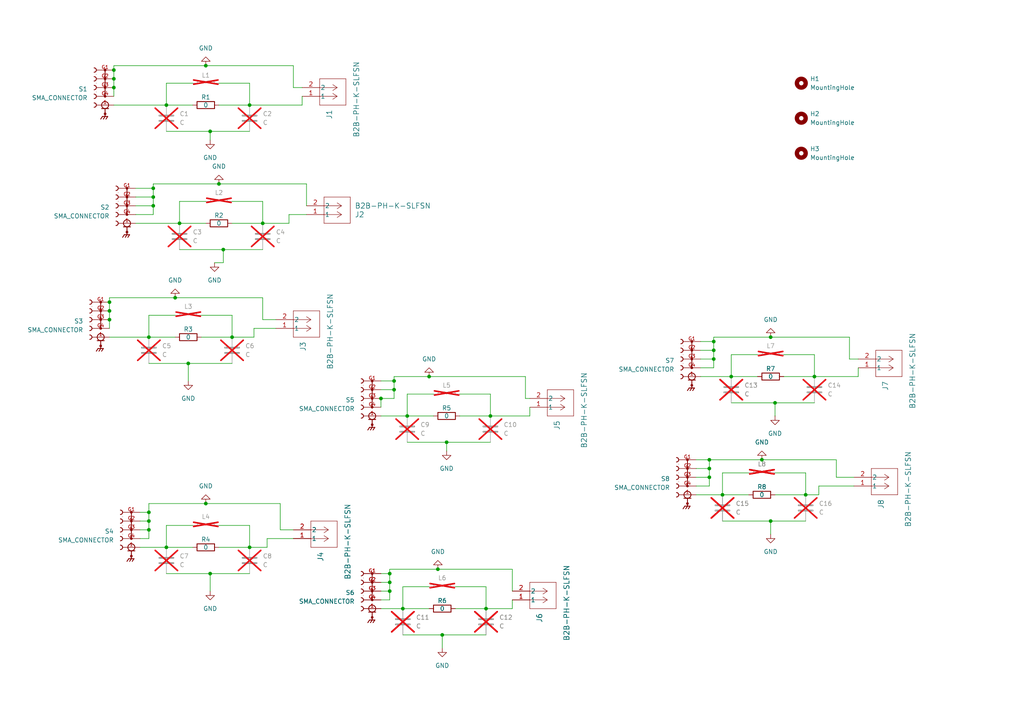
<source format=kicad_sch>
(kicad_sch (version 20231120) (generator "eeschema") (generator_version "8.0")
  (paper "A4")
  (lib_symbols
    (symbol "Device:C" (pin_numbers hide) (pin_names (offset 0.254))
      (property "Reference" "C" (at 0.635 2.54 0))
      (property "Value" "C" (at 0.635 -2.54 0))
      (symbol "C_0_1"
        (polyline (pts (xy -2.032 -0.762) (xy 2.032 -0.762)) (stroke (width 0.508)))
        (polyline (pts (xy -2.032 0.762) (xy 2.032 0.762)) (stroke (width 0.508)))
      )
      (symbol "C_1_1"
        (pin passive line (at 0 3.81 270) (length 2.794) (name "~") (number "1"))
        (pin passive line (at 0 -3.81 90) (length 2.794) (name "~") (number "2"))
      )
    )
    (symbol "Device:L" (pin_numbers hide) (pin_names (offset 1.016) hide)
      (property "Reference" "L" (at -1.27 0 90))
      (property "Value" "L" (at 1.905 0 90))
      (symbol "L_0_1"
        (arc (start 0 -2.54) (mid 0.6323 -1.905) (end 0 -1.27))
        (arc (start 0 -1.27) (mid 0.6323 -0.635) (end 0 0))
        (arc (start 0 0) (mid 0.6323 0.635) (end 0 1.27))
        (arc (start 0 1.27) (mid 0.6323 1.905) (end 0 2.54))
      )
      (symbol "L_1_1"
        (pin passive line (at 0 3.81 270) (length 1.27) (name "1") (number "1"))
        (pin passive line (at 0 -3.81 90) (length 1.27) (name "2") (number "2"))
      )
    )
    (symbol "Device:R" (pin_numbers hide) (pin_names (offset 0))
      (property "Reference" "R" (at 2.032 0 90))
      (property "Value" "R" (at 0 0 90))
      (symbol "R_0_1"
        (rectangle (start -1.016 -2.54) (end 1.016 2.54) (stroke (width 0.254)))
      )
      (symbol "R_1_1"
        (pin passive line (at 0 3.81 270) (length 1.27) (name "~") (number "1"))
        (pin passive line (at 0 -3.81 90) (length 1.27) (name "~") (number "2"))
      )
    )
    (symbol "Mechanical:MountingHole" (pin_names (offset 1.016)) (exclude_from_sim yes) (in_bom no)
      (property "Reference" "H" (at 0 5.08 0))
      (property "Value" "MountingHole" (at 0 3.175 0))
      (symbol "MountingHole_1_1"
        (circle (center 0 0) (radius 1.27) (stroke (width 1.27)))
      )
    )
    (symbol "power:GND" (power) (pin_numbers hide) (pin_names (offset 0) hide)
      (property "Value" "GND" (at 0 -3.81 0))
      (symbol "GND_0_1"
        (polyline (pts (xy 0 0) (xy 0 -1.27) (xy 1.27 -1.27) (xy 0 -2.54) (xy -1.27 -1.27) (xy 0 -1.27)))
      )
      (symbol "GND_1_1"
        (pin power_in line (at 0 0 270) (length 0) (name "~") (number "1"))
      )
    )
    (symbol "sma_connector:sma"
      (property "Reference" "S" (at 1.016 5.842 0))
      (symbol "sma_0_0"
        (arc (start -3.175 1.905) (mid -2.5427 2.54) (end -3.175 3.175) (stroke (width 0.254)))
        (circle (center 0 -7.62) (radius 0.254) (stroke (width 0.254)))
        (circle (center 0 -5.08) (radius 0.254) (stroke (width 0.254)))
        (circle (center 0 -2.54) (radius 0.254) (stroke (width 0.254)))
        (polyline (pts (xy -1.016 3.556) (xy 0 3.556)) (stroke (width 0.254)))
        (polyline (pts (xy -0.762 5.842) (xy -1.27 6.604)) (stroke (width 0.254)))
        (polyline (pts (xy 0 3.556) (xy 0 5.842)) (stroke (width 0.254)))
        (polyline (pts (xy 0 3.556) (xy 1.016 3.556)) (stroke (width 0.254)))
        (polyline (pts (xy 0 5.842) (xy -0.762 5.842)) (stroke (width 0.254)))
        (polyline (pts (xy 0 5.842) (xy -0.508 6.604)) (stroke (width 0.254)))
        (polyline (pts (xy 0 5.842) (xy 0.762 5.842)) (stroke (width 0.254)))
        (polyline (pts (xy 0.762 5.842) (xy 0.254 6.604)) (stroke (width 0.254)))
        (circle (center 0 0) (radius 0.254) (stroke (width 0.254)))
        (circle (center 0 5.08) (radius 0.254) (stroke (width 0.254)))
        (pin passive line (at 2.54 2.54 180) (length 5.08) (name "~") (number "1"))
      )
      (symbol "sma_0_1"
        (arc (start -2.54 -6.35) (mid -2.54 -6.35) (end -2.54 -6.35))
        (arc (start -2.54 -3.81) (mid -2.54 -3.81) (end -2.54 -3.81))
        (arc (start -2.54 -1.27) (mid -2.54 -1.27) (end -2.54 -1.27))
      )
      (symbol "sma_1_0"
        (arc (start -3.175 -8.255) (mid -2.5427 -7.62) (end -3.175 -6.985) (stroke (width 0.254)))
        (arc (start -3.175 -5.715) (mid -2.5427 -5.08) (end -3.175 -4.445) (stroke (width 0.254)))
        (arc (start -3.175 -3.175) (mid -2.5427 -2.54) (end -3.175 -1.905) (stroke (width 0.254)))
        (arc (start -3.175 -0.635) (mid -2.5427 0) (end -3.175 0.635) (stroke (width 0.254)))
        (polyline (pts (xy 0 -5.08) (xy 0 -7.62)) (stroke (width 0.254)))
        (polyline (pts (xy 0 -2.54) (xy 0 -5.08)) (stroke (width 0.254)))
        (polyline (pts (xy 0 0) (xy 0 -2.54)) (stroke (width 0.254)))
        (circle (center 0 2.54) (radius 1.016) (stroke (width 0.254)))
        (pin passive line (at 2.54 -7.62 180) (length 5.08) (name "~") (number "G1"))
        (pin passive line (at 2.54 -5.08 180) (length 5.08) (name "~") (number "G2"))
        (pin passive line (at 2.54 -2.54 180) (length 5.08) (name "~") (number "G3"))
        (pin passive line (at 2.54 0 180) (length 5.08) (name "~") (number "G4"))
      )
    )
    (symbol "wireConnect:B2B-PH-K-SLFSN" (pin_names (offset 0.254))
      (property "Reference" "J" (at 8.89 6.35 0))
      (property "Value" "B2B-PH-K-SLFSN" (at -4.826 7.112 0))
      (symbol "B2B-PH-K-SLFSN_1_1"
        (polyline (pts (xy 5.08 -5.08) (xy 12.7 -5.08)) (stroke (width 0.127)))
        (polyline (pts (xy 5.08 2.54) (xy 5.08 -5.08)) (stroke (width 0.127)))
        (polyline (pts (xy 10.16 -2.54) (xy 5.08 -2.54)) (stroke (width 0.127)))
        (polyline (pts (xy 10.16 -2.54) (xy 8.89 -3.3867)) (stroke (width 0.127)))
        (polyline (pts (xy 10.16 -2.54) (xy 8.89 -1.6933)) (stroke (width 0.127)))
        (polyline (pts (xy 10.16 0) (xy 5.08 0)) (stroke (width 0.127)))
        (polyline (pts (xy 10.16 0) (xy 8.89 -0.8467)) (stroke (width 0.127)))
        (polyline (pts (xy 10.16 0) (xy 8.89 0.8467)) (stroke (width 0.127)))
        (polyline (pts (xy 12.7 -5.08) (xy 12.7 2.54)) (stroke (width 0.127)))
        (polyline (pts (xy 12.7 2.54) (xy 5.08 2.54)) (stroke (width 0.127)))
        (pin input line (at 0 0 0) (length 5.08) (name "1") (number "1"))
        (pin input line (at 0 -2.54 0) (length 5.08) (name "2") (number "2"))
      )
      (symbol "B2B-PH-K-SLFSN_1_2"
        (polyline (pts (xy 5.08 -5.08) (xy 12.7 -5.08)) (stroke (width 0.127)))
        (polyline (pts (xy 5.08 2.54) (xy 5.08 -5.08)) (stroke (width 0.127)))
        (polyline (pts (xy 7.62 -2.54) (xy 5.08 -2.54)) (stroke (width 0.127)))
        (polyline (pts (xy 7.62 -2.54) (xy 8.89 -3.3867)) (stroke (width 0.127)))
        (polyline (pts (xy 7.62 -2.54) (xy 8.89 -1.6933)) (stroke (width 0.127)))
        (polyline (pts (xy 7.62 0) (xy 5.08 0)) (stroke (width 0.127)))
        (polyline (pts (xy 7.62 0) (xy 8.89 -0.8467)) (stroke (width 0.127)))
        (polyline (pts (xy 7.62 0) (xy 8.89 0.8467)) (stroke (width 0.127)))
        (polyline (pts (xy 12.7 -5.08) (xy 12.7 2.54)) (stroke (width 0.127)))
        (polyline (pts (xy 12.7 2.54) (xy 5.08 2.54)) (stroke (width 0.127)))
        (pin unspecified line (at 0 0 0) (length 5.08) (name "1") (number "1"))
        (pin unspecified line (at 0 -2.54 0) (length 5.08) (name "2") (number "2"))
      )
    )
  )
  (junction (at 223.52 97.79))
  (junction (at 128.27 184.15))
  (junction (at 205.74 135.89))
  (junction (at 116.84 176.53))
  (junction (at 48.26 30.48))
  (junction (at 236.22 109.22))
  (junction (at 43.18 153.67))
  (junction (at 209.55 143.51))
  (junction (at 59.69 19.05))
  (junction (at 124.46 109.22))
  (junction (at 60.96 38.1))
  (junction (at 224.79 116.84))
  (junction (at 205.74 133.35))
  (junction (at 113.03 171.45))
  (junction (at 212.09 109.22))
  (junction (at 60.96 166.37))
  (junction (at 233.68 143.51))
  (junction (at 64.77 72.39))
  (junction (at 140.97 176.53))
  (junction (at 33.02 22.86))
  (junction (at 110.49 115.57))
  (junction (at 127 165.1))
  (junction (at 48.26 158.75))
  (junction (at 43.18 151.13))
  (junction (at 76.2 64.77))
  (junction (at 207.01 99.06))
  (junction (at 31.75 90.17))
  (junction (at 33.02 20.32))
  (junction (at 44.45 59.69))
  (junction (at 205.74 138.43))
  (junction (at 129.54 128.27))
  (junction (at 220.98 133.35))
  (junction (at 67.31 97.79))
  (junction (at 50.8 86.36))
  (junction (at 63.5 53.34))
  (junction (at 43.18 97.79))
  (junction (at 142.24 120.65))
  (junction (at 207.01 104.14))
  (junction (at 72.39 30.48))
  (junction (at 207.01 101.6))
  (junction (at 113.03 166.37))
  (junction (at 114.3 113.03))
  (junction (at 44.45 54.61))
  (junction (at 33.02 25.4))
  (junction (at 59.69 146.05))
  (junction (at 54.61 105.41))
  (junction (at 44.45 57.15))
  (junction (at 43.18 148.59))
  (junction (at 113.03 168.91))
  (junction (at 31.75 92.71))
  (junction (at 223.52 151.13))
  (junction (at 31.75 87.63))
  (junction (at 118.11 120.65))
  (junction (at 114.3 110.49))
  (junction (at 72.39 158.75))
  (junction (at 52.07 64.77))
  (wire (pts (xy 39.37 62.23) (xy 44.45 62.23)))
  (wire (pts (xy 113.03 173.99) (xy 110.49 173.99)))
  (wire (pts (xy 59.69 19.05) (xy 33.02 19.05)))
  (wire (pts (xy 207.01 106.68) (xy 203.2 106.68)))
  (wire (pts (xy 81.28 146.05) (xy 59.69 146.05)))
  (wire (pts (xy 87.63 27.94) (xy 87.63 30.48)))
  (wire (pts (xy 88.9 53.34) (xy 88.9 59.69)))
  (wire (pts (xy 58.42 97.79) (xy 67.31 97.79)))
  (wire (pts (xy 152.4 109.22) (xy 152.4 115.57)))
  (wire (pts (xy 63.5 53.34) (xy 88.9 53.34)))
  (wire (pts (xy 85.09 19.05) (xy 59.69 19.05)))
  (wire (pts (xy 58.42 91.44) (xy 67.31 91.44)))
  (wire (pts (xy 114.3 110.49) (xy 114.3 109.22)))
  (wire (pts (xy 224.79 116.84) (xy 224.79 120.65)))
  (wire (pts (xy 223.52 151.13) (xy 223.52 154.94)))
  (wire (pts (xy 205.74 133.35) (xy 205.74 135.89)))
  (wire (pts (xy 201.93 140.97) (xy 205.74 140.97)))
  (wire (pts (xy 207.01 101.6) (xy 207.01 104.14)))
  (wire (pts (xy 203.2 101.6) (xy 207.01 101.6)))
  (wire (pts (xy 43.18 91.44) (xy 43.18 97.79)))
  (wire (pts (xy 76.2 58.42) (xy 76.2 64.77)))
  (wire (pts (xy 207.01 99.06) (xy 207.01 101.6)))
  (wire (pts (xy 116.84 170.18) (xy 116.84 176.53)))
  (wire (pts (xy 63.5 24.13) (xy 72.39 24.13)))
  (wire (pts (xy 43.18 151.13) (xy 43.18 153.67)))
  (wire (pts (xy 85.09 25.4) (xy 85.09 19.05)))
  (wire (pts (xy 128.27 184.15) (xy 140.97 184.15)))
  (wire (pts (xy 110.49 120.65) (xy 118.11 120.65)))
  (wire (pts (xy 124.46 170.18) (xy 116.84 170.18)))
  (wire (pts (xy 233.68 137.16) (xy 233.68 143.51)))
  (wire (pts (xy 201.93 143.51) (xy 209.55 143.51)))
  (wire (pts (xy 209.55 143.51) (xy 217.17 143.51)))
  (wire (pts (xy 110.49 166.37) (xy 113.03 166.37)))
  (wire (pts (xy 72.39 152.4) (xy 72.39 158.75)))
  (wire (pts (xy 40.64 153.67) (xy 43.18 153.67)))
  (wire (pts (xy 54.61 105.41) (xy 54.61 110.49)))
  (wire (pts (xy 132.08 170.18) (xy 140.97 170.18)))
  (wire (pts (xy 59.69 146.05) (xy 43.18 146.05)))
  (wire (pts (xy 33.02 22.86) (xy 33.02 25.4)))
  (wire (pts (xy 64.77 72.39) (xy 64.77 76.2)))
  (wire (pts (xy 81.28 153.67) (xy 85.09 153.67)))
  (wire (pts (xy 246.38 97.79) (xy 246.38 104.14)))
  (wire (pts (xy 48.26 158.75) (xy 55.88 158.75)))
  (wire (pts (xy 60.96 38.1) (xy 60.96 40.64)))
  (wire (pts (xy 110.49 115.57) (xy 114.3 115.57)))
  (wire (pts (xy 209.55 151.13) (xy 223.52 151.13)))
  (wire (pts (xy 85.09 25.4) (xy 87.63 25.4)))
  (wire (pts (xy 118.11 120.65) (xy 125.73 120.65)))
  (wire (pts (xy 110.49 118.11) (xy 110.49 115.57)))
  (wire (pts (xy 205.74 140.97) (xy 205.74 138.43)))
  (wire (pts (xy 209.55 137.16) (xy 209.55 143.51)))
  (wire (pts (xy 31.75 87.63) (xy 31.75 90.17)))
  (wire (pts (xy 133.35 114.3) (xy 142.24 114.3)))
  (wire (pts (xy 73.66 97.79) (xy 67.31 97.79)))
  (wire (pts (xy 77.47 156.21) (xy 77.47 158.75)))
  (wire (pts (xy 60.96 166.37) (xy 72.39 166.37)))
  (wire (pts (xy 44.45 53.34) (xy 63.5 53.34)))
  (wire (pts (xy 48.26 152.4) (xy 48.26 158.75)))
  (wire (pts (xy 60.96 38.1) (xy 72.39 38.1)))
  (wire (pts (xy 237.49 143.51) (xy 233.68 143.51)))
  (wire (pts (xy 205.74 133.35) (xy 220.98 133.35)))
  (wire (pts (xy 207.01 104.14) (xy 207.01 106.68)))
  (wire (pts (xy 48.26 38.1) (xy 60.96 38.1)))
  (wire (pts (xy 201.93 138.43) (xy 205.74 138.43)))
  (wire (pts (xy 113.03 166.37) (xy 113.03 168.91)))
  (wire (pts (xy 128.27 184.15) (xy 128.27 187.96)))
  (wire (pts (xy 50.8 86.36) (xy 31.75 86.36)))
  (wire (pts (xy 127 165.1) (xy 148.59 165.1)))
  (wire (pts (xy 236.22 102.87) (xy 236.22 109.22)))
  (wire (pts (xy 76.2 92.71) (xy 80.01 92.71)))
  (wire (pts (xy 124.46 109.22) (xy 152.4 109.22)))
  (wire (pts (xy 242.57 138.43) (xy 247.65 138.43)))
  (wire (pts (xy 80.01 95.25) (xy 73.66 95.25)))
  (wire (pts (xy 224.79 116.84) (xy 236.22 116.84)))
  (wire (pts (xy 217.17 137.16) (xy 209.55 137.16)))
  (wire (pts (xy 246.38 97.79) (xy 223.52 97.79)))
  (wire (pts (xy 129.54 128.27) (xy 129.54 130.81)))
  (wire (pts (xy 54.61 105.41) (xy 67.31 105.41)))
  (wire (pts (xy 114.3 115.57) (xy 114.3 113.03)))
  (wire (pts (xy 31.75 97.79) (xy 43.18 97.79)))
  (wire (pts (xy 116.84 184.15) (xy 128.27 184.15)))
  (wire (pts (xy 242.57 133.35) (xy 242.57 138.43)))
  (wire (pts (xy 201.93 135.89) (xy 205.74 135.89)))
  (wire (pts (xy 55.88 152.4) (xy 48.26 152.4)))
  (wire (pts (xy 203.2 104.14) (xy 207.01 104.14)))
  (wire (pts (xy 50.8 86.36) (xy 76.2 86.36)))
  (wire (pts (xy 132.08 176.53) (xy 140.97 176.53)))
  (wire (pts (xy 224.79 137.16) (xy 233.68 137.16)))
  (wire (pts (xy 83.82 62.23) (xy 83.82 64.77)))
  (wire (pts (xy 48.26 24.13) (xy 48.26 30.48)))
  (wire (pts (xy 85.09 156.21) (xy 77.47 156.21)))
  (wire (pts (xy 148.59 173.99) (xy 148.59 176.53)))
  (wire (pts (xy 248.92 109.22) (xy 248.92 106.68)))
  (wire (pts (xy 127 165.1) (xy 113.03 165.1)))
  (wire (pts (xy 43.18 148.59) (xy 43.18 151.13)))
  (wire (pts (xy 212.09 116.84) (xy 224.79 116.84)))
  (wire (pts (xy 33.02 30.48) (xy 48.26 30.48)))
  (wire (pts (xy 201.93 133.35) (xy 205.74 133.35)))
  (wire (pts (xy 63.5 158.75) (xy 72.39 158.75)))
  (wire (pts (xy 33.02 25.4) (xy 33.02 27.94)))
  (wire (pts (xy 39.37 64.77) (xy 52.07 64.77)))
  (wire (pts (xy 63.5 30.48) (xy 72.39 30.48)))
  (wire (pts (xy 40.64 158.75) (xy 48.26 158.75)))
  (wire (pts (xy 77.47 158.75) (xy 72.39 158.75)))
  (wire (pts (xy 116.84 176.53) (xy 124.46 176.53)))
  (wire (pts (xy 142.24 114.3) (xy 142.24 120.65)))
  (wire (pts (xy 33.02 20.32) (xy 33.02 22.86)))
  (wire (pts (xy 236.22 109.22) (xy 248.92 109.22)))
  (wire (pts (xy 88.9 62.23) (xy 83.82 62.23)))
  (wire (pts (xy 44.45 59.69) (xy 44.45 62.23)))
  (wire (pts (xy 50.8 91.44) (xy 43.18 91.44)))
  (wire (pts (xy 219.71 102.87) (xy 212.09 102.87)))
  (wire (pts (xy 43.18 97.79) (xy 50.8 97.79)))
  (wire (pts (xy 224.79 143.51) (xy 233.68 143.51)))
  (wire (pts (xy 129.54 128.27) (xy 142.24 128.27)))
  (wire (pts (xy 40.64 148.59) (xy 43.18 148.59)))
  (wire (pts (xy 110.49 110.49) (xy 114.3 110.49)))
  (wire (pts (xy 227.33 109.22) (xy 236.22 109.22)))
  (wire (pts (xy 40.64 151.13) (xy 43.18 151.13)))
  (wire (pts (xy 67.31 58.42) (xy 76.2 58.42)))
  (wire (pts (xy 39.37 59.69) (xy 44.45 59.69)))
  (wire (pts (xy 227.33 102.87) (xy 236.22 102.87)))
  (wire (pts (xy 110.49 168.91) (xy 113.03 168.91)))
  (wire (pts (xy 114.3 109.22) (xy 124.46 109.22)))
  (wire (pts (xy 153.67 118.11) (xy 153.67 120.65)))
  (wire (pts (xy 44.45 53.34) (xy 44.45 54.61)))
  (wire (pts (xy 63.5 152.4) (xy 72.39 152.4)))
  (wire (pts (xy 73.66 95.25) (xy 73.66 97.79)))
  (wire (pts (xy 203.2 109.22) (xy 212.09 109.22)))
  (wire (pts (xy 110.49 176.53) (xy 116.84 176.53)))
  (wire (pts (xy 114.3 113.03) (xy 114.3 110.49)))
  (wire (pts (xy 43.18 105.41) (xy 54.61 105.41)))
  (wire (pts (xy 140.97 176.53) (xy 148.59 176.53)))
  (wire (pts (xy 113.03 165.1) (xy 113.03 166.37)))
  (wire (pts (xy 31.75 92.71) (xy 31.75 95.25)))
  (wire (pts (xy 67.31 91.44) (xy 67.31 97.79)))
  (wire (pts (xy 81.28 146.05) (xy 81.28 153.67)))
  (wire (pts (xy 246.38 104.14) (xy 248.92 104.14)))
  (wire (pts (xy 31.75 90.17) (xy 31.75 92.71)))
  (wire (pts (xy 43.18 156.21) (xy 40.64 156.21)))
  (wire (pts (xy 118.11 114.3) (xy 118.11 120.65)))
  (wire (pts (xy 205.74 135.89) (xy 205.74 138.43)))
  (wire (pts (xy 247.65 140.97) (xy 237.49 140.97)))
  (wire (pts (xy 76.2 86.36) (xy 76.2 92.71)))
  (wire (pts (xy 44.45 57.15) (xy 44.45 59.69)))
  (wire (pts (xy 212.09 102.87) (xy 212.09 109.22)))
  (wire (pts (xy 31.75 86.36) (xy 31.75 87.63)))
  (wire (pts (xy 52.07 72.39) (xy 64.77 72.39)))
  (wire (pts (xy 125.73 114.3) (xy 118.11 114.3)))
  (wire (pts (xy 39.37 54.61) (xy 44.45 54.61)))
  (wire (pts (xy 110.49 171.45) (xy 113.03 171.45)))
  (wire (pts (xy 140.97 170.18) (xy 140.97 176.53)))
  (wire (pts (xy 223.52 97.79) (xy 207.01 97.79)))
  (wire (pts (xy 64.77 72.39) (xy 76.2 72.39)))
  (wire (pts (xy 237.49 140.97) (xy 237.49 143.51)))
  (wire (pts (xy 133.35 120.65) (xy 142.24 120.65)))
  (wire (pts (xy 72.39 24.13) (xy 72.39 30.48)))
  (wire (pts (xy 203.2 99.06) (xy 207.01 99.06)))
  (wire (pts (xy 207.01 97.79) (xy 207.01 99.06)))
  (wire (pts (xy 113.03 168.91) (xy 113.03 171.45)))
  (wire (pts (xy 118.11 128.27) (xy 129.54 128.27)))
  (wire (pts (xy 223.52 151.13) (xy 233.68 151.13)))
  (wire (pts (xy 48.26 166.37) (xy 60.96 166.37)))
  (wire (pts (xy 83.82 64.77) (xy 76.2 64.77)))
  (wire (pts (xy 43.18 153.67) (xy 43.18 156.21)))
  (wire (pts (xy 43.18 146.05) (xy 43.18 148.59)))
  (wire (pts (xy 52.07 64.77) (xy 59.69 64.77)))
  (wire (pts (xy 148.59 171.45) (xy 148.59 165.1)))
  (wire (pts (xy 142.24 120.65) (xy 153.67 120.65)))
  (wire (pts (xy 110.49 113.03) (xy 114.3 113.03)))
  (wire (pts (xy 60.96 166.37) (xy 60.96 171.45)))
  (wire (pts (xy 113.03 171.45) (xy 113.03 173.99)))
  (wire (pts (xy 212.09 109.22) (xy 219.71 109.22)))
  (wire (pts (xy 67.31 64.77) (xy 76.2 64.77)))
  (wire (pts (xy 55.88 24.13) (xy 48.26 24.13)))
  (wire (pts (xy 152.4 115.57) (xy 153.67 115.57)))
  (wire (pts (xy 64.77 76.2) (xy 62.23 76.2)))
  (wire (pts (xy 87.63 30.48) (xy 72.39 30.48)))
  (wire (pts (xy 48.26 30.48) (xy 55.88 30.48)))
  (wire (pts (xy 33.02 19.05) (xy 33.02 20.32)))
  (wire (pts (xy 242.57 133.35) (xy 220.98 133.35)))
  (wire (pts (xy 39.37 57.15) (xy 44.45 57.15)))
  (wire (pts (xy 59.69 58.42) (xy 52.07 58.42)))
  (wire (pts (xy 44.45 54.61) (xy 44.45 57.15)))
  (wire (pts (xy 52.07 58.42) (xy 52.07 64.77)))
  (symbol (lib_id "Device:R") (at 63.5 64.77 90) (unit 1)
    (property "Reference" "R2" (at 63.5 62.484 90))
    (property "Value" "0" (at 63.5 64.77 90))
    (property "Footprint" "Resistor_SMD:R_0805_2012Metric" (effects (hide yes)))
    (property "Description" "Resistor" (effects (hide yes)))
  )
  (symbol (lib_id "power:GND") (at 220.98 133.35 180) (unit 1)
    (property "Reference" "#PWR016" (effects (hide yes)))
    (property "Value" "GND" (at 220.98 128.27 0))
    (property "Description" "Power symbol creates a global label with name \"GND\" , ground" (effects (hide yes)))
  )
  (symbol (lib_id "Device:L") (at 223.52 102.87 90) (unit 1) (dnp yes)
    (property "Reference" "L7" (at 223.52 100.33 90))
    (property "Value" "L" (effects (hide yes)))
    (property "Footprint" "inductor_THT:IND_1537R_API" (effects (hide yes)))
    (property "Description" "Inductor" (effects (hide yes)))
  )
  (symbol (lib_id "Device:R") (at 223.52 109.22 90) (unit 1)
    (property "Reference" "R7" (at 223.52 106.934 90))
    (property "Value" "0" (at 223.52 109.22 90))
    (property "Footprint" "Resistor_SMD:R_0805_2012Metric" (effects (hide yes)))
    (property "Description" "Resistor" (effects (hide yes)))
  )
  (symbol (lib_id "sma_connector:sma") (at 30.48 27.94 0) (mirror x) (unit 1)
    (property "Reference" "S1" (at 25.4 25.8444 0) (effects (justify right)))
    (property "Value" "SMA_CONNECTOR" (at 25.4 28.3844 0) (effects (justify right)))
    (property "Footprint" "smaconnect_DACs:HJ-SMA993" (effects (hide yes)))
    (property "MF" "LPRS" (effects (hide yes)))
    (property "MAXIMUM_PACKAGE_HEIGHT" "8.3 mm" (effects (hide yes)))
    (property "Package" "None" (effects (hide yes)))
    (property "Price" "None" (effects (hide yes)))
    (property "Check_prices" "https://www.snapeda.com/parts/SMA%20CONNECTOR/LPRS/view-part/?ref=eda" (effects (hide yes)))
    (property "STANDARD" "Manufacturer Recommendations" (effects (hide yes)))
    (property "PARTREV" "1.3" (effects (hide yes)))
    (property "SnapEDA_Link" "https://www.snapeda.com/parts/SMA%20CONNECTOR/LPRS/view-part/?ref=snap" (effects (hide yes)))
    (property "MP" "SMA CONNECTOR" (effects (hide yes)))
    (property "Description_1" "\n                        \n                            RF Coaxial Straight SMA Connector\n                        \n" (effects (hide yes)))
    (property "Availability" "In Stock" (effects (hide yes)))
    (property "MANUFACTURER" "LPRS" (effects (hide yes)))
  )
  (symbol (lib_id "Device:C") (at 48.26 34.29 0) (unit 1) (dnp yes)
    (property "Reference" "C1" (at 52.07 33.0199 0) (effects (justify left)))
    (property "Value" "C" (at 52.07 35.5599 0) (effects (justify left)))
    (property "Footprint" "Capacitor_SMD:C_0805_2012Metric" (effects (hide yes)))
    (property "Description" "Unpolarized capacitor" (effects (hide yes)))
  )
  (symbol (lib_id "Device:C") (at 140.97 180.34 0) (unit 1) (dnp yes)
    (property "Reference" "C12" (at 144.78 179.0699 0) (effects (justify left)))
    (property "Value" "C" (at 144.78 181.6099 0) (effects (justify left)))
    (property "Footprint" "Capacitor_SMD:C_0805_2012Metric" (effects (hide yes)))
    (property "Description" "Unpolarized capacitor" (effects (hide yes)))
  )
  (symbol (lib_id "Device:R") (at 59.69 30.48 90) (unit 1)
    (property "Reference" "R1" (at 59.69 28.194 90))
    (property "Value" "0" (at 59.69 30.48 90))
    (property "Footprint" "Resistor_SMD:R_0805_2012Metric" (effects (hide yes)))
    (property "Description" "Resistor" (effects (hide yes)))
  )
  (symbol (lib_id "Device:C") (at 76.2 68.58 0) (unit 1) (dnp yes)
    (property "Reference" "C4" (at 80.01 67.3099 0) (effects (justify left)))
    (property "Value" "C" (at 80.01 69.8499 0) (effects (justify left)))
    (property "Footprint" "Capacitor_SMD:C_0805_2012Metric" (effects (hide yes)))
    (property "Description" "Unpolarized capacitor" (effects (hide yes)))
  )
  (symbol (lib_id "Device:L") (at 59.69 24.13 90) (unit 1) (dnp yes)
    (property "Reference" "L1" (at 59.69 21.844 90))
    (property "Value" "L" (effects (hide yes)))
    (property "Footprint" "inductor_THT:IND_1537R_API" (effects (hide yes)))
    (property "Description" "Inductor" (effects (hide yes)))
  )
  (symbol (lib_id "power:GND") (at 50.8 86.36 180) (unit 1)
    (property "Reference" "#PWR011" (effects (hide yes)))
    (property "Value" "GND" (at 50.8 81.28 0))
    (property "Description" "Power symbol creates a global label with name \"GND\" , ground" (effects (hide yes)))
  )
  (symbol (lib_id "power:GND") (at 128.27 187.96 0) (unit 1)
    (property "Reference" "#PWR06" (effects (hide yes)))
    (property "Value" "GND" (at 128.27 193.04 0))
    (property "Description" "Power symbol creates a global label with name \"GND\" , ground" (effects (hide yes)))
  )
  (symbol (lib_id "power:GND") (at 59.69 19.05 180) (unit 1)
    (property "Reference" "#PWR09" (effects (hide yes)))
    (property "Value" "GND" (at 59.69 13.97 0))
    (property "Description" "Power symbol creates a global label with name \"GND\" , ground" (effects (hide yes)))
  )
  (symbol (lib_id "Device:L") (at 220.98 137.16 90) (unit 1) (dnp yes)
    (property "Reference" "L8" (at 220.98 134.62 90))
    (property "Value" "L" (effects (hide yes)))
    (property "Footprint" "inductor_THT:IND_1537R_API" (effects (hide yes)))
    (property "Description" "Inductor" (effects (hide yes)))
  )
  (symbol (lib_id "sma_connector:sma") (at 29.21 95.25 0) (mirror x) (unit 1)
    (property "Reference" "S3" (at 24.13 93.1544 0) (effects (justify right)))
    (property "Value" "SMA_CONNECTOR" (at 24.13 95.6944 0) (effects (justify right)))
    (property "Footprint" "smaconnect_DACs:HJ-SMA993" (effects (hide yes)))
    (property "MF" "LPRS" (effects (hide yes)))
    (property "MAXIMUM_PACKAGE_HEIGHT" "8.3 mm" (effects (hide yes)))
    (property "Package" "None" (effects (hide yes)))
    (property "Price" "None" (effects (hide yes)))
    (property "Check_prices" "https://www.snapeda.com/parts/SMA%20CONNECTOR/LPRS/view-part/?ref=eda" (effects (hide yes)))
    (property "STANDARD" "Manufacturer Recommendations" (effects (hide yes)))
    (property "PARTREV" "1.3" (effects (hide yes)))
    (property "SnapEDA_Link" "https://www.snapeda.com/parts/SMA%20CONNECTOR/LPRS/view-part/?ref=snap" (effects (hide yes)))
    (property "MP" "SMA CONNECTOR" (effects (hide yes)))
    (property "Description_1" "\n                        \n                            RF Coaxial Straight SMA Connector\n                        \n" (effects (hide yes)))
    (property "Availability" "In Stock" (effects (hide yes)))
    (property "MANUFACTURER" "LPRS" (effects (hide yes)))
  )
  (symbol (lib_id "sma_connector:sma") (at 107.95 173.99 0) (mirror x) (unit 1)
    (property "Reference" "S6" (at 102.87 171.8944 0) (effects (justify right)))
    (property "Value" "SMA_CONNECTOR" (at 102.87 174.4344 0) (effects (justify right)))
    (property "Footprint" "smaconnect_DACs:HJ-SMA993" (effects (hide yes)))
    (property "MF" "LPRS" (effects (hide yes)))
    (property "MAXIMUM_PACKAGE_HEIGHT" "8.3 mm" (effects (hide yes)))
    (property "Package" "None" (effects (hide yes)))
    (property "Price" "None" (effects (hide yes)))
    (property "Check_prices" "https://www.snapeda.com/parts/SMA%20CONNECTOR/LPRS/view-part/?ref=eda" (effects (hide yes)))
    (property "STANDARD" "Manufacturer Recommendations" (effects (hide yes)))
    (property "PARTREV" "1.3" (effects (hide yes)))
    (property "SnapEDA_Link" "https://www.snapeda.com/parts/SMA%20CONNECTOR/LPRS/view-part/?ref=snap" (effects (hide yes)))
    (property "MP" "SMA CONNECTOR" (effects (hide yes)))
    (property "Description_1" "\n                        \n                            RF Coaxial Straight SMA Connector\n                        \n" (effects (hide yes)))
    (property "Availability" "In Stock" (effects (hide yes)))
    (property "MANUFACTURER" "LPRS" (effects (hide yes)))
  )
  (symbol (lib_id "Device:C") (at 233.68 147.32 0) (unit 1) (dnp yes)
    (property "Reference" "C16" (at 237.49 146.0499 0) (effects (justify left)))
    (property "Value" "C" (at 237.49 148.5899 0) (effects (justify left)))
    (property "Footprint" "Capacitor_SMD:C_0805_2012Metric" (effects (hide yes)))
    (property "Description" "Unpolarized capacitor" (effects (hide yes)))
  )
  (symbol (lib_id "Device:L") (at 129.54 114.3 90) (unit 1) (dnp yes)
    (property "Reference" "L5" (at 129.54 111.76 90))
    (property "Value" "L" (effects (hide yes)))
    (property "Footprint" "inductor_THT:IND_1537R_API" (effects (hide yes)))
    (property "Description" "Inductor" (effects (hide yes)))
  )
  (symbol (lib_id "Device:R") (at 54.61 97.79 90) (unit 1)
    (property "Reference" "R3" (at 54.61 95.504 90))
    (property "Value" "0" (at 54.61 97.79 90))
    (property "Footprint" "Resistor_SMD:R_0805_2012Metric" (effects (hide yes)))
    (property "Description" "Resistor" (effects (hide yes)))
  )
  (symbol (lib_id "Device:L") (at 59.69 152.4 90) (unit 1) (dnp yes)
    (property "Reference" "L4" (at 59.69 149.86 90))
    (property "Value" "L" (effects (hide yes)))
    (property "Footprint" "inductor_THT:IND_1537R_API" (effects (hide yes)))
    (property "Description" "Inductor" (effects (hide yes)))
  )
  (symbol (lib_id "power:GND") (at 60.96 40.64 0) (unit 1)
    (property "Reference" "#PWR01" (effects (hide yes)))
    (property "Value" "GND" (at 60.96 45.72 0))
    (property "Description" "Power symbol creates a global label with name \"GND\" , ground" (effects (hide yes)))
  )
  (symbol (lib_id "Device:L") (at 128.27 170.18 90) (unit 1) (dnp yes)
    (property "Reference" "L6" (at 128.27 167.64 90))
    (property "Value" "L" (effects (hide yes)))
    (property "Footprint" "inductor_THT:IND_1537R_API" (effects (hide yes)))
    (property "Description" "Inductor" (effects (hide yes)))
  )
  (symbol (lib_id "power:GND") (at 59.69 146.05 180) (unit 1)
    (property "Reference" "#PWR012" (effects (hide yes)))
    (property "Value" "GND" (at 59.69 140.97 0))
    (property "Description" "Power symbol creates a global label with name \"GND\" , ground" (effects (hide yes)))
  )
  (symbol (lib_id "power:GND") (at 63.5 53.34 180) (unit 1)
    (property "Reference" "#PWR010" (effects (hide yes)))
    (property "Value" "GND" (at 63.5 48.26 0))
    (property "Description" "Power symbol creates a global label with name \"GND\" , ground" (effects (hide yes)))
  )
  (symbol (lib_id "Device:C") (at 142.24 124.46 0) (unit 1) (dnp yes)
    (property "Reference" "C10" (at 146.05 123.1899 0) (effects (justify left)))
    (property "Value" "C" (at 146.05 125.7299 0) (effects (justify left)))
    (property "Footprint" "Capacitor_SMD:C_0805_2012Metric" (effects (hide yes)))
    (property "Description" "Unpolarized capacitor" (effects (hide yes)))
  )
  (symbol (lib_id "Device:C") (at 236.22 113.03 0) (unit 1) (dnp yes)
    (property "Reference" "C14" (at 240.03 111.7599 0) (effects (justify left)))
    (property "Value" "C" (at 240.03 114.2999 0) (effects (justify left)))
    (property "Footprint" "Capacitor_SMD:C_0805_2012Metric" (effects (hide yes)))
    (property "Description" "Unpolarized capacitor" (effects (hide yes)))
  )
  (symbol (lib_id "Device:C") (at 116.84 180.34 0) (unit 1) (dnp yes)
    (property "Reference" "C11" (at 120.65 179.0699 0) (effects (justify left)))
    (property "Value" "C" (at 120.65 181.6099 0) (effects (justify left)))
    (property "Footprint" "Capacitor_SMD:C_0805_2012Metric" (effects (hide yes)))
    (property "Description" "Unpolarized capacitor" (effects (hide yes)))
  )
  (symbol (lib_id "wireConnect:B2B-PH-K-SLFSN") (at 87.63 27.94 0) (mirror x) (unit 1)
    (property "Reference" "J1" (at 95.504 31.75 90) (effects (font (size 1.524 1.524)) (justify left)))
    (property "Value" "B2B-PH-K-SLFSN" (at 103.378 17.78 90) (effects (font (size 1.524 1.524)) (justify left)))
    (property "Footprint" "CONN_B2B-PH-K-SLFSN_JST" (effects (hide yes)))
    (property "Datasheet" "B2B-PH-K-SLFSN" (effects (hide yes)))
  )
  (symbol (lib_id "wireConnect:B2B-PH-K-SLFSN") (at 247.65 140.97 0) (mirror x) (unit 1)
    (property "Reference" "J8" (at 255.524 144.78 90) (effects (font (size 1.524 1.524)) (justify left)))
    (property "Value" "B2B-PH-K-SLFSN" (at 263.398 130.81 90) (effects (font (size 1.524 1.524)) (justify left)))
    (property "Footprint" "CONN_B2B-PH-K-SLFSN_JST" (effects (hide yes)))
    (property "Datasheet" "B2B-PH-K-SLFSN" (effects (hide yes)))
  )
  (symbol (lib_id "Mechanical:MountingHole") (at 232.41 34.29 0) (unit 1) (exclude_from_sim yes) (in_bom no)
    (property "Reference" "H2" (at 234.95 33.0199 0) (effects (justify left)))
    (property "Value" "MountingHole" (at 234.95 35.5599 0) (effects (justify left)))
    (property "Footprint" "MountingHole:MountingHole_3mm" (effects (hide yes)))
    (property "Description" "Mounting Hole without connection" (effects (hide yes)))
  )
  (symbol (lib_id "power:GND") (at 224.79 120.65 0) (unit 1)
    (property "Reference" "#PWR07" (effects (hide yes)))
    (property "Value" "GND" (at 224.79 125.73 0))
    (property "Description" "Power symbol creates a global label with name \"GND\" , ground" (effects (hide yes)))
  )
  (symbol (lib_id "Device:C") (at 48.26 162.56 0) (unit 1) (dnp yes)
    (property "Reference" "C7" (at 52.07 161.2899 0) (effects (justify left)))
    (property "Value" "C" (at 52.07 163.8299 0) (effects (justify left)))
    (property "Footprint" "Capacitor_SMD:C_0805_2012Metric" (effects (hide yes)))
    (property "Description" "Unpolarized capacitor" (effects (hide yes)))
  )
  (symbol (lib_id "Device:R") (at 128.27 176.53 90) (unit 1)
    (property "Reference" "R6" (at 128.27 174.244 90))
    (property "Value" "0" (at 128.27 176.53 90))
    (property "Footprint" "Resistor_SMD:R_0805_2012Metric" (effects (hide yes)))
    (property "Description" "Resistor" (effects (hide yes)))
  )
  (symbol (lib_id "sma_connector:sma") (at 200.66 106.68 0) (mirror x) (unit 1)
    (property "Reference" "S7" (at 195.58 104.5844 0) (effects (justify right)))
    (property "Value" "SMA_CONNECTOR" (at 195.58 107.1244 0) (effects (justify right)))
    (property "Footprint" "smaconnect_DACs:HJ-SMA993" (effects (hide yes)))
    (property "MF" "LPRS" (effects (hide yes)))
    (property "MAXIMUM_PACKAGE_HEIGHT" "8.3 mm" (effects (hide yes)))
    (property "Package" "None" (effects (hide yes)))
    (property "Price" "None" (effects (hide yes)))
    (property "Check_prices" "https://www.snapeda.com/parts/SMA%20CONNECTOR/LPRS/view-part/?ref=eda" (effects (hide yes)))
    (property "STANDARD" "Manufacturer Recommendations" (effects (hide yes)))
    (property "PARTREV" "1.3" (effects (hide yes)))
    (property "SnapEDA_Link" "https://www.snapeda.com/parts/SMA%20CONNECTOR/LPRS/view-part/?ref=snap" (effects (hide yes)))
    (property "MP" "SMA CONNECTOR" (effects (hide yes)))
    (property "Description_1" "\n                        \n                            RF Coaxial Straight SMA Connector\n                        \n" (effects (hide yes)))
    (property "Availability" "In Stock" (effects (hide yes)))
    (property "MANUFACTURER" "LPRS" (effects (hide yes)))
  )
  (symbol (lib_id "sma_connector:sma") (at 36.83 62.23 0) (mirror x) (unit 1)
    (property "Reference" "S2" (at 31.75 60.1344 0) (effects (justify right)))
    (property "Value" "SMA_CONNECTOR" (at 31.75 62.6744 0) (effects (justify right)))
    (property "Footprint" "smaconnect_DACs:HJ-SMA993" (effects (hide yes)))
    (property "MF" "LPRS" (effects (hide yes)))
    (property "MAXIMUM_PACKAGE_HEIGHT" "8.3 mm" (effects (hide yes)))
    (property "Package" "None" (effects (hide yes)))
    (property "Price" "None" (effects (hide yes)))
    (property "Check_prices" "https://www.snapeda.com/parts/SMA%20CONNECTOR/LPRS/view-part/?ref=eda" (effects (hide yes)))
    (property "STANDARD" "Manufacturer Recommendations" (effects (hide yes)))
    (property "PARTREV" "1.3" (effects (hide yes)))
    (property "SnapEDA_Link" "https://www.snapeda.com/parts/SMA%20CONNECTOR/LPRS/view-part/?ref=snap" (effects (hide yes)))
    (property "MP" "SMA CONNECTOR" (effects (hide yes)))
    (property "Description_1" "\n                        \n                            RF Coaxial Straight SMA Connector\n                        \n" (effects (hide yes)))
    (property "Availability" "In Stock" (effects (hide yes)))
    (property "MANUFACTURER" "LPRS" (effects (hide yes)))
  )
  (symbol (lib_id "Device:C") (at 72.39 34.29 0) (unit 1) (dnp yes)
    (property "Reference" "C2" (at 76.2 33.0199 0) (effects (justify left)))
    (property "Value" "C" (at 76.2 35.5599 0) (effects (justify left)))
    (property "Footprint" "Capacitor_SMD:C_0805_2012Metric" (effects (hide yes)))
    (property "Description" "Unpolarized capacitor" (effects (hide yes)))
  )
  (symbol (lib_id "Device:C") (at 72.39 162.56 0) (unit 1) (dnp yes)
    (property "Reference" "C8" (at 76.2 161.2899 0) (effects (justify left)))
    (property "Value" "C" (at 76.2 163.8299 0) (effects (justify left)))
    (property "Footprint" "Capacitor_SMD:C_0805_2012Metric" (effects (hide yes)))
    (property "Description" "Unpolarized capacitor" (effects (hide yes)))
  )
  (symbol (lib_id "Device:L") (at 63.5 58.42 90) (unit 1) (dnp yes)
    (property "Reference" "L2" (at 63.5 55.88 90))
    (property "Value" "L" (effects (hide yes)))
    (property "Footprint" "inductor_THT:IND_1537R_API" (effects (hide yes)))
    (property "Description" "Inductor" (effects (hide yes)))
  )
  (symbol (lib_id "Device:R") (at 59.69 158.75 90) (unit 1)
    (property "Reference" "R4" (at 59.69 156.464 90))
    (property "Value" "0" (at 59.69 158.75 90))
    (property "Footprint" "Resistor_SMD:R_0805_2012Metric" (effects (hide yes)))
    (property "Description" "Resistor" (effects (hide yes)))
  )
  (symbol (lib_id "Device:C") (at 209.55 147.32 0) (unit 1) (dnp yes)
    (property "Reference" "C15" (at 213.36 146.0499 0) (effects (justify left)))
    (property "Value" "C" (at 213.36 148.5899 0) (effects (justify left)))
    (property "Footprint" "Capacitor_SMD:C_0805_2012Metric" (effects (hide yes)))
    (property "Description" "Unpolarized capacitor" (effects (hide yes)))
  )
  (symbol (lib_id "Mechanical:MountingHole") (at 232.41 24.13 0) (unit 1) (exclude_from_sim yes) (in_bom no)
    (property "Reference" "H1" (at 234.95 22.8599 0) (effects (justify left)))
    (property "Value" "MountingHole" (at 234.95 25.3999 0) (effects (justify left)))
    (property "Footprint" "MountingHole:MountingHole_3mm" (effects (hide yes)))
    (property "Description" "Mounting Hole without connection" (effects (hide yes)))
  )
  (symbol (lib_id "Device:C") (at 67.31 101.6 0) (unit 1) (dnp yes)
    (property "Reference" "C6" (at 71.12 100.3299 0) (effects (justify left)))
    (property "Value" "C" (at 71.12 102.8699 0) (effects (justify left)))
    (property "Footprint" "Capacitor_SMD:C_0805_2012Metric" (effects (hide yes)))
    (property "Description" "Unpolarized capacitor" (effects (hide yes)))
  )
  (symbol (lib_id "Device:R") (at 129.54 120.65 90) (unit 1)
    (property "Reference" "R5" (at 129.54 118.364 90))
    (property "Value" "0" (at 129.54 120.65 90))
    (property "Footprint" "Resistor_SMD:R_0805_2012Metric" (effects (hide yes)))
    (property "Description" "Resistor" (effects (hide yes)))
  )
  (symbol (lib_id "power:GND") (at 54.61 110.49 0) (unit 1)
    (property "Reference" "#PWR03" (effects (hide yes)))
    (property "Value" "GND" (at 54.61 115.57 0))
    (property "Description" "Power symbol creates a global label with name \"GND\" , ground" (effects (hide yes)))
  )
  (symbol (lib_id "power:GND") (at 62.23 76.2 0) (unit 1)
    (property "Reference" "#PWR02" (effects (hide yes)))
    (property "Value" "GND" (at 62.23 81.28 0))
    (property "Description" "Power symbol creates a global label with name \"GND\" , ground" (effects (hide yes)))
  )
  (symbol (lib_id "wireConnect:B2B-PH-K-SLFSN") (at 153.67 118.11 0) (mirror x) (unit 1)
    (property "Reference" "J5" (at 161.544 121.92 90) (effects (font (size 1.524 1.524)) (justify left)))
    (property "Value" "B2B-PH-K-SLFSN" (at 169.418 107.95 90) (effects (font (size 1.524 1.524)) (justify left)))
    (property "Footprint" "CONN_B2B-PH-K-SLFSN_JST" (effects (hide yes)))
    (property "Datasheet" "B2B-PH-K-SLFSN" (effects (hide yes)))
  )
  (symbol (lib_id "power:GND") (at 124.46 109.22 180) (unit 1)
    (property "Reference" "#PWR013" (effects (hide yes)))
    (property "Value" "GND" (at 124.46 104.14 0))
    (property "Description" "Power symbol creates a global label with name \"GND\" , ground" (effects (hide yes)))
  )
  (symbol (lib_id "wireConnect:B2B-PH-K-SLFSN") (at 248.92 106.68 0) (mirror x) (unit 1)
    (property "Reference" "J7" (at 256.794 110.49 90) (effects (font (size 1.524 1.524)) (justify left)))
    (property "Value" "B2B-PH-K-SLFSN" (at 264.668 96.52 90) (effects (font (size 1.524 1.524)) (justify left)))
    (property "Footprint" "CONN_B2B-PH-K-SLFSN_JST" (effects (hide yes)))
    (property "Datasheet" "B2B-PH-K-SLFSN" (effects (hide yes)))
  )
  (symbol (lib_id "wireConnect:B2B-PH-K-SLFSN") (at 80.01 95.25 0) (mirror x) (unit 1)
    (property "Reference" "J3" (at 87.884 99.06 90) (effects (font (size 1.524 1.524)) (justify left)))
    (property "Value" "B2B-PH-K-SLFSN" (at 95.758 85.09 90) (effects (font (size 1.524 1.524)) (justify left)))
    (property "Footprint" "CONN_B2B-PH-K-SLFSN_JST" (effects (hide yes)))
    (property "Datasheet" "B2B-PH-K-SLFSN" (effects (hide yes)))
  )
  (symbol (lib_id "sma_connector:sma") (at 38.1 156.21 0) (mirror x) (unit 1)
    (property "Reference" "S4" (at 33.02 154.1144 0) (effects (justify right)))
    (property "Value" "SMA_CONNECTOR" (at 33.02 156.6544 0) (effects (justify right)))
    (property "Footprint" "smaconnect_DACs:HJ-SMA993" (effects (hide yes)))
    (property "MF" "LPRS" (effects (hide yes)))
    (property "MAXIMUM_PACKAGE_HEIGHT" "8.3 mm" (effects (hide yes)))
    (property "Package" "None" (effects (hide yes)))
    (property "Price" "None" (effects (hide yes)))
    (property "Check_prices" "https://www.snapeda.com/parts/SMA%20CONNECTOR/LPRS/view-part/?ref=eda" (effects (hide yes)))
    (property "STANDARD" "Manufacturer Recommendations" (effects (hide yes)))
    (property "PARTREV" "1.3" (effects (hide yes)))
    (property "SnapEDA_Link" "https://www.snapeda.com/parts/SMA%20CONNECTOR/LPRS/view-part/?ref=snap" (effects (hide yes)))
    (property "MP" "SMA CONNECTOR" (effects (hide yes)))
    (property "Description_1" "\n                        \n                            RF Coaxial Straight SMA Connector\n                        \n" (effects (hide yes)))
    (property "Availability" "In Stock" (effects (hide yes)))
    (property "MANUFACTURER" "LPRS" (effects (hide yes)))
  )
  (symbol (lib_id "Device:C") (at 52.07 68.58 0) (unit 1) (dnp yes)
    (property "Reference" "C3" (at 55.88 67.3099 0) (effects (justify left)))
    (property "Value" "C" (at 55.88 69.8499 0) (effects (justify left)))
    (property "Footprint" "Capacitor_SMD:C_0805_2012Metric" (effects (hide yes)))
    (property "Description" "Unpolarized capacitor" (effects (hide yes)))
  )
  (symbol (lib_id "Mechanical:MountingHole") (at 232.41 44.45 0) (unit 1) (exclude_from_sim yes) (in_bom no)
    (property "Reference" "H3" (at 234.95 43.1799 0) (effects (justify left)))
    (property "Value" "MountingHole" (at 234.95 45.7199 0) (effects (justify left)))
    (property "Footprint" "MountingHole:MountingHole_3mm" (effects (hide yes)))
    (property "Description" "Mounting Hole without connection" (effects (hide yes)))
  )
  (symbol (lib_id "power:GND") (at 60.96 171.45 0) (unit 1)
    (property "Reference" "#PWR05" (effects (hide yes)))
    (property "Value" "GND" (at 60.96 176.53 0))
    (property "Description" "Power symbol creates a global label with name \"GND\" , ground" (effects (hide yes)))
  )
  (symbol (lib_id "Device:C") (at 118.11 124.46 0) (unit 1) (dnp yes)
    (property "Reference" "C9" (at 121.92 123.1899 0) (effects (justify left)))
    (property "Value" "C" (at 121.92 125.7299 0) (effects (justify left)))
    (property "Footprint" "Capacitor_SMD:C_0805_2012Metric" (effects (hide yes)))
    (property "Description" "Unpolarized capacitor" (effects (hide yes)))
  )
  (symbol (lib_id "wireConnect:B2B-PH-K-SLFSN") (at 148.59 173.99 0) (mirror x) (unit 1)
    (property "Reference" "J6" (at 156.464 177.8 90) (effects (font (size 1.524 1.524)) (justify left)))
    (property "Value" "B2B-PH-K-SLFSN" (at 164.338 163.83 90) (effects (font (size 1.524 1.524)) (justify left)))
    (property "Footprint" "CONN_B2B-PH-K-SLFSN_JST" (effects (hide yes)))
    (property "Datasheet" "B2B-PH-K-SLFSN" (effects (hide yes)))
  )
  (symbol (lib_id "sma_connector:sma") (at 107.95 118.11 0) (mirror x) (unit 1)
    (property "Reference" "S5" (at 102.87 116.0144 0) (effects (justify right)))
    (property "Value" "SMA_CONNECTOR" (at 102.87 118.5544 0) (effects (justify right)))
    (property "Footprint" "smaconnect_DACs:HJ-SMA993" (effects (hide yes)))
    (property "MF" "LPRS" (effects (hide yes)))
    (property "MAXIMUM_PACKAGE_HEIGHT" "8.3 mm" (effects (hide yes)))
    (property "Package" "None" (effects (hide yes)))
    (property "Price" "None" (effects (hide yes)))
    (property "Check_prices" "https://www.snapeda.com/parts/SMA%20CONNECTOR/LPRS/view-part/?ref=eda" (effects (hide yes)))
    (property "STANDARD" "Manufacturer Recommendations" (effects (hide yes)))
    (property "PARTREV" "1.3" (effects (hide yes)))
    (property "SnapEDA_Link" "https://www.snapeda.com/parts/SMA%20CONNECTOR/LPRS/view-part/?ref=snap" (effects (hide yes)))
    (property "MP" "SMA CONNECTOR" (effects (hide yes)))
    (property "Description_1" "\n                        \n                            RF Coaxial Straight SMA Connector\n                        \n" (effects (hide yes)))
    (property "Availability" "In Stock" (effects (hide yes)))
    (property "MANUFACTURER" "LPRS" (effects (hide yes)))
  )
  (symbol (lib_id "power:GND") (at 223.52 97.79 180) (unit 1)
    (property "Reference" "#PWR015" (effects (hide yes)))
    (property "Value" "GND" (at 223.52 92.71 0))
    (property "Description" "Power symbol creates a global label with name \"GND\" , ground" (effects (hide yes)))
  )
  (symbol (lib_id "Device:R") (at 220.98 143.51 90) (unit 1)
    (property "Reference" "R8" (at 220.98 141.224 90))
    (property "Value" "0" (at 220.98 143.51 90))
    (property "Footprint" "Resistor_SMD:R_0805_2012Metric" (effects (hide yes)))
    (property "Description" "Resistor" (effects (hide yes)))
  )
  (symbol (lib_id "sma_connector:sma") (at 199.39 140.97 0) (mirror x) (unit 1)
    (property "Reference" "S8" (at 194.31 138.8744 0) (effects (justify right)))
    (property "Value" "SMA_CONNECTOR" (at 194.31 141.4144 0) (effects (justify right)))
    (property "Footprint" "smaconnect_DACs:HJ-SMA993" (effects (hide yes)))
    (property "MF" "LPRS" (effects (hide yes)))
    (property "MAXIMUM_PACKAGE_HEIGHT" "8.3 mm" (effects (hide yes)))
    (property "Package" "None" (effects (hide yes)))
    (property "Price" "None" (effects (hide yes)))
    (property "Check_prices" "https://www.snapeda.com/parts/SMA%20CONNECTOR/LPRS/view-part/?ref=eda" (effects (hide yes)))
    (property "STANDARD" "Manufacturer Recommendations" (effects (hide yes)))
    (property "PARTREV" "1.3" (effects (hide yes)))
    (property "SnapEDA_Link" "https://www.snapeda.com/parts/SMA%20CONNECTOR/LPRS/view-part/?ref=snap" (effects (hide yes)))
    (property "MP" "SMA CONNECTOR" (effects (hide yes)))
    (property "Description_1" "\n                        \n                            RF Coaxial Straight SMA Connector\n                        \n" (effects (hide yes)))
    (property "Availability" "In Stock" (effects (hide yes)))
    (property "MANUFACTURER" "LPRS" (effects (hide yes)))
  )
  (symbol (lib_id "power:GND") (at 129.54 130.81 0) (unit 1)
    (property "Reference" "#PWR04" (effects (hide yes)))
    (property "Value" "GND" (at 129.54 135.89 0))
    (property "Description" "Power symbol creates a global label with name \"GND\" , ground" (effects (hide yes)))
  )
  (symbol (lib_id "Device:L") (at 54.61 91.44 90) (unit 1) (dnp yes)
    (property "Reference" "L3" (at 54.61 88.9 90))
    (property "Value" "L" (effects (hide yes)))
    (property "Footprint" "inductor_THT:IND_1537R_API" (effects (hide yes)))
    (property "Description" "Inductor" (effects (hide yes)))
  )
  (symbol (lib_id "Device:C") (at 212.09 113.03 0) (unit 1) (dnp yes)
    (property "Reference" "C13" (at 215.9 111.7599 0) (effects (justify left)))
    (property "Value" "C" (at 215.9 114.2999 0) (effects (justify left)))
    (property "Footprint" "Capacitor_SMD:C_0805_2012Metric" (effects (hide yes)))
    (property "Description" "Unpolarized capacitor" (effects (hide yes)))
  )
  (symbol (lib_id "power:GND") (at 127 165.1 180) (unit 1)
    (property "Reference" "#PWR014" (effects (hide yes)))
    (property "Value" "GND" (at 127 160.02 0))
    (property "Description" "Power symbol creates a global label with name \"GND\" , ground" (effects (hide yes)))
  )
  (symbol (lib_id "wireConnect:B2B-PH-K-SLFSN") (at 85.09 156.21 0) (mirror x) (unit 1)
    (property "Reference" "J4" (at 92.964 160.02 90) (effects (font (size 1.524 1.524)) (justify left)))
    (property "Value" "B2B-PH-K-SLFSN" (at 100.838 146.05 90) (effects (font (size 1.524 1.524)) (justify left)))
    (property "Footprint" "CONN_B2B-PH-K-SLFSN_JST" (effects (hide yes)))
    (property "Datasheet" "B2B-PH-K-SLFSN" (effects (hide yes)))
  )
  (symbol (lib_id "Device:C") (at 43.18 101.6 0) (unit 1) (dnp yes)
    (property "Reference" "C5" (at 46.99 100.3299 0) (effects (justify left)))
    (property "Value" "C" (at 46.99 102.8699 0) (effects (justify left)))
    (property "Footprint" "Capacitor_SMD:C_0805_2012Metric" (effects (hide yes)))
    (property "Description" "Unpolarized capacitor" (effects (hide yes)))
  )
  (symbol (lib_id "power:GND") (at 223.52 154.94 0) (unit 1)
    (property "Reference" "#PWR08" (effects (hide yes)))
    (property "Value" "GND" (at 223.52 160.02 0))
    (property "Description" "Power symbol creates a global label with name \"GND\" , ground" (effects (hide yes)))
  )
  (symbol (lib_id "wireConnect:B2B-PH-K-SLFSN") (at 88.9 62.23 0) (mirror x) (unit 1)
    (property "Reference" "J2" (at 102.87 62.2301 0) (effects (font (size 1.524 1.524)) (justify left)))
    (property "Value" "B2B-PH-K-SLFSN" (at 102.87 59.6901 0) (effects (font (size 1.524 1.524)) (justify left)))
    (property "Footprint" "CONN_B2B-PH-K-SLFSN_JST" (effects (hide yes)))
    (property "Datasheet" "B2B-PH-K-SLFSN" (effects (hide yes)))
  )
)
</source>
